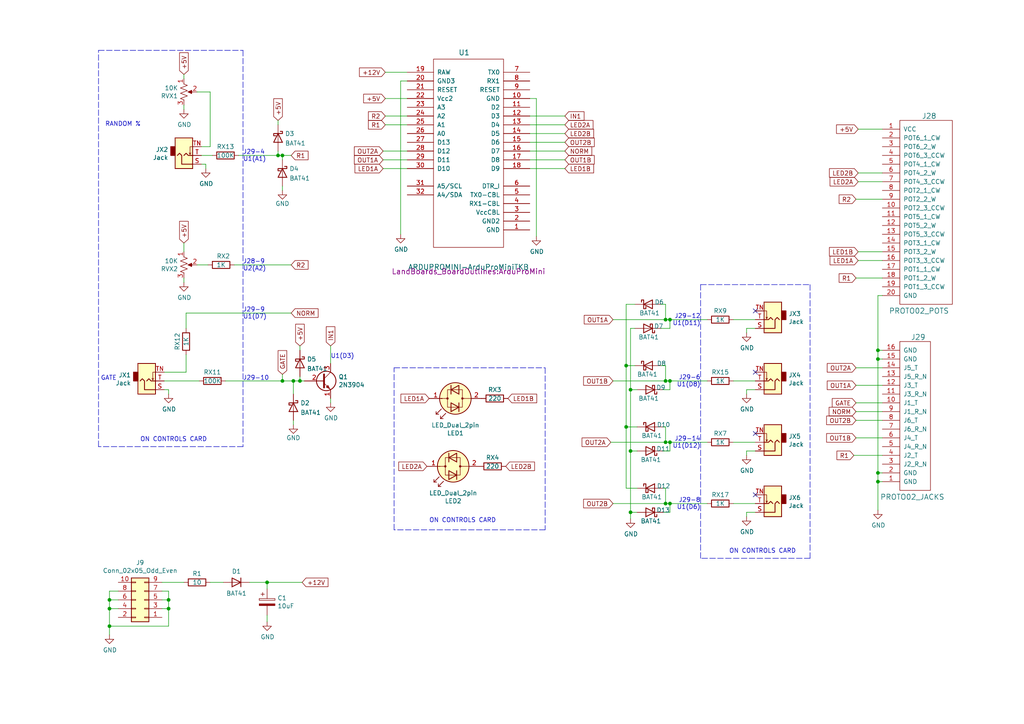
<source format=kicad_sch>
(kicad_sch (version 20211123) (generator eeschema)
  (paper "A4")
  (title_block (title "TWIGS") (date "2022-12-26") (rev "1"))
  (lib_symbols
    (symbol "Connector:AudioJack2_SwitchT"
      (property "Reference" "J" (at 0 8.89 0))
      (property "Value" "AudioJack2_SwitchT" (at 0 6.35 0))
      (symbol "AudioJack2_SwitchT_0_1"
        (rectangle (start -2.54 0) (end -3.81 -2.54) (stroke (width 0.254)) (fill (type outline)))
        (polyline (pts (xy 1.778 -0.254) (xy 2.032 -0.762)))
        (polyline (pts (xy 0 0) (xy 0.635 -0.635) (xy 1.27 0) (xy 2.54 0)) (stroke (width 0.254)))
        (polyline (pts (xy 2.54 -2.54) (xy 1.778 -2.54) (xy 1.778 -0.254) (xy 1.524 -0.762)))
        (polyline (pts (xy 2.54 2.54) (xy -0.635 2.54) (xy -0.635 0) (xy -1.27 -0.635) (xy -1.905 0)) (stroke (width 0.254)))
        (rectangle (start 2.54 3.81) (end -2.54 -5.08) (stroke (width 0.254)) (fill (type background)))
      )
      (symbol "AudioJack2_SwitchT_1_1"
        (pin passive line (at 5.08 2.54 180) (length 2.54) (name "~") (number "S"))
        (pin passive line (at 5.08 0 180) (length 2.54) (name "~") (number "T"))
        (pin passive line (at 5.08 -2.54 180) (length 2.54) (name "~") (number "TN"))
      )
    )
    (symbol "Connector_Generic:Conn_02x05_Odd_Even" (pin_names (offset 1.016) hide)
      (property "Reference" "J" (at 1.27 7.62 0))
      (property "Value" "Conn_02x05_Odd_Even" (at 1.27 -7.62 0))
      (symbol "Conn_02x05_Odd_Even_1_1"
        (rectangle (start -1.27 -4.953) (end 0 -5.207) (stroke (width 0.1524)))
        (rectangle (start -1.27 -2.413) (end 0 -2.667) (stroke (width 0.1524)))
        (rectangle (start -1.27 0.127) (end 0 -0.127) (stroke (width 0.1524)))
        (rectangle (start -1.27 2.667) (end 0 2.413) (stroke (width 0.1524)))
        (rectangle (start -1.27 5.207) (end 0 4.953) (stroke (width 0.1524)))
        (rectangle (start -1.27 6.35) (end 3.81 -6.35) (stroke (width 0.254)) (fill (type background)))
        (rectangle (start 3.81 -4.953) (end 2.54 -5.207) (stroke (width 0.1524)))
        (rectangle (start 3.81 -2.413) (end 2.54 -2.667) (stroke (width 0.1524)))
        (rectangle (start 3.81 0.127) (end 2.54 -0.127) (stroke (width 0.1524)))
        (rectangle (start 3.81 2.667) (end 2.54 2.413) (stroke (width 0.1524)))
        (rectangle (start 3.81 5.207) (end 2.54 4.953) (stroke (width 0.1524)))
        (pin passive line (at -5.08 5.08 0) (length 3.81) (name "Pin_1") (number "1"))
        (pin passive line (at 7.62 -5.08 180) (length 3.81) (name "Pin_10") (number "10"))
        (pin passive line (at 7.62 5.08 180) (length 3.81) (name "Pin_2") (number "2"))
        (pin passive line (at -5.08 2.54 0) (length 3.81) (name "Pin_3") (number "3"))
        (pin passive line (at 7.62 2.54 180) (length 3.81) (name "Pin_4") (number "4"))
        (pin passive line (at -5.08 0 0) (length 3.81) (name "Pin_5") (number "5"))
        (pin passive line (at 7.62 0 180) (length 3.81) (name "Pin_6") (number "6"))
        (pin passive line (at -5.08 -2.54 0) (length 3.81) (name "Pin_7") (number "7"))
        (pin passive line (at 7.62 -2.54 180) (length 3.81) (name "Pin_8") (number "8"))
        (pin passive line (at -5.08 -5.08 0) (length 3.81) (name "Pin_9") (number "9"))
      )
    )
    (symbol "Device:CP" (pin_numbers hide) (pin_names (offset 0.254))
      (property "Reference" "C" (at 0.635 2.54 0))
      (property "Value" "Device_CP" (at 0.635 -2.54 0))
      (symbol "CP_0_1"
        (rectangle (start -2.286 0.508) (end 2.286 1.016))
        (polyline (pts (xy -1.778 2.286) (xy -0.762 2.286)))
        (polyline (pts (xy -1.27 2.794) (xy -1.27 1.778)))
        (rectangle (start 2.286 -0.508) (end -2.286 -1.016) (fill (type outline)))
      )
      (symbol "CP_1_1"
        (pin passive line (at 0 3.81 270) (length 2.794) (name "~") (number "1"))
        (pin passive line (at 0 -3.81 90) (length 2.794) (name "~") (number "2"))
      )
    )
    (symbol "Device:D" (pin_numbers hide) (pin_names (offset 1.016) hide)
      (property "Reference" "D" (at 0 2.54 0))
      (property "Value" "D" (at 0 -2.54 0))
      (symbol "D_0_1"
        (polyline (pts (xy -1.27 1.27) (xy -1.27 -1.27)) (stroke (width 0.254)))
        (polyline (pts (xy 1.27 0) (xy -1.27 0)))
        (polyline (pts (xy 1.27 1.27) (xy 1.27 -1.27) (xy -1.27 0) (xy 1.27 1.27)) (stroke (width 0.254)))
      )
      (symbol "D_1_1"
        (pin passive line (at -3.81 0 0) (length 2.54) (name "K") (number "1"))
        (pin passive line (at 3.81 0 180) (length 2.54) (name "A") (number "2"))
      )
    )
    (symbol "Device:D_Schottky" (pin_numbers hide) (pin_names (offset 1.016) hide)
      (property "Reference" "D" (at 0 2.54 0))
      (property "Value" "D_Schottky" (at 0 -2.54 0))
      (symbol "D_Schottky_0_1"
        (polyline (pts (xy 1.27 0) (xy -1.27 0)))
        (polyline (pts (xy 1.27 1.27) (xy 1.27 -1.27) (xy -1.27 0) (xy 1.27 1.27)) (stroke (width 0.254)))
        (polyline (pts (xy -1.905 0.635) (xy -1.905 1.27) (xy -1.27 1.27) (xy -1.27 -1.27) (xy -0.635 -1.27) (xy -0.635 -0.635)) (stroke (width 0.254)))
      )
      (symbol "D_Schottky_1_1"
        (pin passive line (at -3.81 0 0) (length 2.54) (name "K") (number "1"))
        (pin passive line (at 3.81 0 180) (length 2.54) (name "A") (number "2"))
      )
    )
    (symbol "Device:LED_Dual_2pin" (pin_names (offset 0) hide)
      (property "Reference" "D" (at 0 5.715 0))
      (property "Value" "Device_LED_Dual_2pin" (at 0 -6.35 0))
      (symbol "LED_Dual_2pin_0_1"
        (circle (center -2.032 0) (radius 0.254) (fill (type outline)))
        (polyline (pts (xy -4.572 0) (xy -2.54 0)))
        (polyline (pts (xy -2.032 0) (xy -2.54 0)))
        (polyline (pts (xy -1.016 3.81) (xy -1.016 1.27)) (stroke (width 0.254)))
        (polyline (pts (xy 1.27 -1.27) (xy 1.27 -3.81)) (stroke (width 0.254)))
        (polyline (pts (xy 4.064 0) (xy 2.286 0)) (fill (type outline)))
        (polyline (pts (xy 4.318 5.842) (xy 4.318 5.08)) (stroke (width 0.2032)))
        (polyline (pts (xy 5.588 4.572) (xy 5.588 3.81)) (stroke (width 0.2032)))
        (polyline (pts (xy 2.794 4.318) (xy 4.318 5.842) (xy 3.556 5.842)) (stroke (width 0.2032)))
        (polyline (pts (xy 4.064 3.048) (xy 5.588 4.572) (xy 4.826 4.572)) (stroke (width 0.2032)))
        (polyline (pts (xy -1.016 -1.27) (xy -1.016 -3.81) (xy 1.27 -2.54) (xy -1.016 -1.27)) (stroke (width 0.254)))
        (polyline (pts (xy 1.27 3.81) (xy 1.27 1.27) (xy -1.016 2.54) (xy 1.27 3.81)) (stroke (width 0.254)))
        (polyline (pts (xy 2.286 2.54) (xy -2.032 2.54) (xy -2.032 -2.54) (xy 2.286 -2.54) (xy 2.286 2.54)))
        (circle (center 0 0) (radius 4.572) (stroke (width 0.254)) (fill (type background)))
        (circle (center 2.286 0) (radius 0.254) (fill (type outline)))
      )
      (symbol "LED_Dual_2pin_1_1"
        (pin input line (at 7.62 0 180) (length 3.81) (name "KA") (number "1"))
        (pin input line (at -7.62 0 0) (length 3.048) (name "AK") (number "2"))
      )
    )
    (symbol "Device:R" (pin_numbers hide) (pin_names (offset 0))
      (property "Reference" "R" (at 2.032 0 90))
      (property "Value" "R" (at 0 0 90))
      (symbol "R_0_1"
        (rectangle (start -1.016 -2.54) (end 1.016 2.54) (stroke (width 0.254)))
      )
      (symbol "R_1_1"
        (pin passive line (at 0 3.81 270) (length 1.27) (name "~") (number "1"))
        (pin passive line (at 0 -3.81 90) (length 1.27) (name "~") (number "2"))
      )
    )
    (symbol "Device:R_POT_US" (pin_names (offset 1.016) hide)
      (property "Reference" "RV" (at -4.445 0 90))
      (property "Value" "Device_R_POT_US" (at -2.54 0 90))
      (symbol "R_POT_US_0_1"
        (polyline (pts (xy 0 -2.286) (xy 0 -2.54)))
        (polyline (pts (xy 0 2.54) (xy 0 2.286)))
        (polyline (pts (xy 2.54 0) (xy 1.524 0)))
        (polyline (pts (xy 1.143 0) (xy 2.286 0.508) (xy 2.286 -0.508) (xy 1.143 0)) (fill (type outline)))
        (polyline (pts (xy 0 -0.762) (xy 1.016 -1.143) (xy 0 -1.524) (xy -1.016 -1.905) (xy 0 -2.286)))
        (polyline (pts (xy 0 0.762) (xy 1.016 0.381) (xy 0 0) (xy -1.016 -0.381) (xy 0 -0.762)))
        (polyline (pts (xy 0 2.286) (xy 1.016 1.905) (xy 0 1.524) (xy -1.016 1.143) (xy 0 0.762)))
      )
      (symbol "R_POT_US_1_1"
        (pin passive line (at 0 3.81 270) (length 1.27) (name "1") (number "1"))
        (pin passive line (at 3.81 0 180) (length 1.27) (name "2") (number "2"))
        (pin passive line (at 0 -3.81 90) (length 1.27) (name "3") (number "3"))
      )
    )
    (symbol "LandBoards_Cards:ARDUPROMINI-ArduProMiniTKB" (pin_names (offset 1.016))
      (property "Reference" "U3" (at 7.62 20.32 0))
      (property "Value" "ARDUPROMINI-ArduProMiniTKB" (at 0 -36.83 0))
      (property "Footprint" "LandBoards_BoardOutlines:ArduProMini" (at 0 -40.64 0))
      (symbol "ARDUPROMINI-ArduProMiniTKB_0_1"
        (polyline (pts (xy -10.16 -35.56) (xy -10.16 19.05) (xy 10.16 19.05) (xy 10.16 -35.56) (xy 0 -35.56) (xy -10.16 -35.56)))
      )
      (symbol "ARDUPROMINI-ArduProMiniTKB_1_1"
        (pin unspecified line (at -17.78 -30.48 0) (length 7.62) (name "GND") (number "1"))
        (pin unspecified line (at -17.78 7.62 0) (length 7.62) (name "GND") (number "10"))
        (pin bidirectional line (at -17.78 5.08 0) (length 7.62) (name "D2") (number "11"))
        (pin bidirectional line (at -17.78 2.54 0) (length 7.62) (name "D3") (number "12"))
        (pin bidirectional line (at -17.78 0 0) (length 7.62) (name "D4") (number "13"))
        (pin bidirectional line (at -17.78 -2.54 0) (length 7.62) (name "D5") (number "14"))
        (pin bidirectional line (at -17.78 -5.08 0) (length 7.62) (name "D6") (number "15"))
        (pin bidirectional line (at -17.78 -7.62 0) (length 7.62) (name "D7") (number "16"))
        (pin bidirectional line (at -17.78 -10.16 0) (length 7.62) (name "D8") (number "17"))
        (pin bidirectional line (at -17.78 -12.7 0) (length 7.62) (name "D9") (number "18"))
        (pin unspecified line (at 17.78 15.24 180) (length 7.62) (name "RAW") (number "19"))
        (pin unspecified line (at -17.78 -27.94 0) (length 7.62) (name "GND2") (number "2"))
        (pin unspecified line (at 17.78 12.7 180) (length 7.62) (name "GND3") (number "20"))
        (pin input line (at 17.78 10.16 180) (length 7.62) (name "RESET") (number "21"))
        (pin unspecified line (at 17.78 7.62 180) (length 7.62) (name "Vcc2") (number "22"))
        (pin bidirectional line (at 17.78 5.08 180) (length 7.62) (name "A3") (number "23"))
        (pin bidirectional line (at 17.78 2.54 180) (length 7.62) (name "A2") (number "24"))
        (pin bidirectional line (at 17.78 0 180) (length 7.62) (name "A1") (number "25"))
        (pin bidirectional line (at 17.78 -2.54 180) (length 7.62) (name "A0") (number "26"))
        (pin bidirectional line (at 17.78 -5.08 180) (length 7.62) (name "D13") (number "27"))
        (pin input line (at 17.78 -7.62 180) (length 7.62) (name "D12") (number "28"))
        (pin bidirectional line (at 17.78 -10.16 180) (length 7.62) (name "D11") (number "29"))
        (pin power_in line (at -17.78 -25.4 0) (length 7.62) (name "VccCBL") (number "3"))
        (pin bidirectional line (at 17.78 -12.7 180) (length 7.62) (name "D10") (number "30"))
        (pin bidirectional line (at 17.78 -17.78 180) (length 7.62) (name "A5/SCL") (number "31"))
        (pin bidirectional line (at 17.78 -20.32 180) (length 7.62) (name "A4/SDA") (number "32"))
        (pin unspecified line (at -17.78 -22.86 0) (length 7.62) (name "RX1-CBL") (number "4"))
        (pin unspecified line (at -17.78 -20.32 0) (length 7.62) (name "TX0-CBL") (number "5"))
        (pin unspecified line (at -17.78 -17.78 0) (length 7.62) (name "DTR_I") (number "6"))
        (pin bidirectional line (at -17.78 15.24 0) (length 7.62) (name "TX0") (number "7"))
        (pin bidirectional line (at -17.78 12.7 0) (length 7.62) (name "RX1") (number "8"))
        (pin input line (at -17.78 10.16 0) (length 7.62) (name "RESET") (number "9"))
      )
    )
    (symbol "LandBoards_Conns:PROTO02_JACKS" (pin_names (offset 1.016))
      (property "Reference" "J" (at 0 22.86 0))
      (property "Value" "PROTO02_JACKS" (at 0 -22.86 0))
      (symbol "PROTO02_JACKS_0_1"
        (rectangle (start -5.08 21.59) (end 3.81 -21.59))
      )
      (symbol "PROTO02_JACKS_1_1"
        (pin power_in line (at 8.89 -19.05 180) (length 5.08) (name "GND") (number "1"))
        (pin passive line (at 8.89 3.81 180) (length 5.08) (name "J1_T") (number "10"))
        (pin passive line (at 8.89 6.35 180) (length 5.08) (name "J3_R_N") (number "11"))
        (pin passive line (at 8.89 8.89 180) (length 5.08) (name "J3_T") (number "12"))
        (pin passive line (at 8.89 11.43 180) (length 5.08) (name "J5_R_N") (number "13"))
        (pin passive line (at 8.89 13.97 180) (length 5.08) (name "J5_T") (number "14"))
        (pin power_in line (at 8.89 16.51 180) (length 5.08) (name "GND") (number "15"))
        (pin power_in line (at 8.89 19.05 180) (length 5.08) (name "GND") (number "16"))
        (pin power_in line (at 8.89 -16.51 180) (length 5.08) (name "GND") (number "2"))
        (pin passive line (at 8.89 -13.97 180) (length 5.08) (name "J2_R_N") (number "3"))
        (pin passive line (at 8.89 -11.43 180) (length 5.08) (name "J2_T") (number "4"))
        (pin passive line (at 8.89 -8.89 180) (length 5.08) (name "J4_R_N") (number "5"))
        (pin passive line (at 8.89 -6.35 180) (length 5.08) (name "J4_T") (number "6"))
        (pin passive line (at 8.89 -3.81 180) (length 5.08) (name "J6_R_N") (number "7"))
        (pin passive line (at 8.89 -1.27 180) (length 5.08) (name "J6_T") (number "8"))
        (pin passive line (at 8.89 1.27 180) (length 5.08) (name "J1_R_N") (number "9"))
      )
    )
    (symbol "LandBoards_Conns:PROTO02_POTS" (pin_names (offset 1.016))
      (property "Reference" "J" (at -1.27 27.94 0))
      (property "Value" "PROTO02_POTS" (at 0 -27.94 0))
      (symbol "PROTO02_POTS_0_1"
        (rectangle (start -8.89 26.67) (end 6.35 -26.67))
      )
      (symbol "PROTO02_POTS_1_1"
        (pin power_in line (at 11.43 24.13 180) (length 5.08) (name "VCC") (number "1"))
        (pin passive line (at 11.43 1.27 180) (length 5.08) (name "POT2_3_CCW") (number "10"))
        (pin passive line (at 11.43 -1.27 180) (length 5.08) (name "POT5_1_CW") (number "11"))
        (pin passive line (at 11.43 -3.81 180) (length 5.08) (name "POT5_2_W") (number "12"))
        (pin passive line (at 11.43 -6.35 180) (length 5.08) (name "POT5_3_CCW") (number "13"))
        (pin passive line (at 11.43 -8.89 180) (length 5.08) (name "POT3_1_CW") (number "14"))
        (pin passive line (at 11.43 -11.43 180) (length 5.08) (name "POT3_2_W") (number "15"))
        (pin passive line (at 11.43 -13.97 180) (length 5.08) (name "POT3_3_CCW") (number "16"))
        (pin passive line (at 11.43 -16.51 180) (length 5.08) (name "POT1_1_CW") (number "17"))
        (pin passive line (at 11.43 -19.05 180) (length 5.08) (name "POT1_2_W") (number "18"))
        (pin passive line (at 11.43 -21.59 180) (length 5.08) (name "POT1_3_CCW") (number "19"))
        (pin passive line (at 11.43 21.59 180) (length 5.08) (name "POT6_1_CW") (number "2"))
        (pin power_in line (at 11.43 -24.13 180) (length 5.08) (name "GND") (number "20"))
        (pin passive line (at 11.43 19.05 180) (length 5.08) (name "POT6_2_W") (number "3"))
        (pin passive line (at 11.43 16.51 180) (length 5.08) (name "POT6_3_CCW") (number "4"))
        (pin passive line (at 11.43 13.97 180) (length 5.08) (name "POT4_1_CW") (number "5"))
        (pin passive line (at 11.43 11.43 180) (length 5.08) (name "POT4_2_W") (number "6"))
        (pin passive line (at 11.43 8.89 180) (length 5.08) (name "POT4_3_CCW") (number "7"))
        (pin passive line (at 11.43 6.35 180) (length 5.08) (name "POT2_1_CW") (number "8"))
        (pin passive line (at 11.43 3.81 180) (length 5.08) (name "POT2_2_W") (number "9"))
      )
    )
    (symbol "Transistor_BJT:2N3904" (pin_names (offset 0) hide)
      (property "Reference" "Q" (at 5.08 1.905 0))
      (property "Value" "2N3904" (at 5.08 0 0))
      (symbol "2N3904_0_1"
        (polyline (pts (xy 0.635 0.635) (xy 2.54 2.54)))
        (polyline (pts (xy 0.635 -0.635) (xy 2.54 -2.54) (xy 2.54 -2.54)))
        (polyline (pts (xy 0.635 1.905) (xy 0.635 -1.905) (xy 0.635 -1.905)) (stroke (width 0.508)))
        (polyline (pts (xy 1.27 -1.778) (xy 1.778 -1.27) (xy 2.286 -2.286) (xy 1.27 -1.778) (xy 1.27 -1.778)) (fill (type outline)))
        (circle (center 1.27 0) (radius 2.8194) (stroke (width 0.254)))
      )
      (symbol "2N3904_1_1"
        (pin passive line (at 2.54 -5.08 90) (length 2.54) (name "E") (number "1"))
        (pin passive line (at -5.08 0 0) (length 5.715) (name "B") (number "2"))
        (pin passive line (at 2.54 5.08 270) (length 2.54) (name "C") (number "3"))
      )
    )
    (symbol "power:GND" (power) (pin_names (offset 0))
      (property "Value" "GND" (at 0 -3.81 0))
      (symbol "GND_0_1"
        (polyline (pts (xy 0 0) (xy 0 -1.27) (xy 1.27 -1.27) (xy 0 -2.54) (xy -1.27 -1.27) (xy 0 -1.27)))
      )
      (symbol "GND_1_1"
        (pin power_in line (at 0 0 270) (length 0) hide (name "GND") (number "1"))
      )
    )
  )
  (junction (at 77.47 168.91))
  (junction (at 194.31 146.05))
  (junction (at 31.75 173.99))
  (junction (at 182.88 148.59))
  (junction (at 85.09 110.49))
  (junction (at 31.75 176.53))
  (junction (at 254.635 101.6))
  (junction (at 182.88 113.03))
  (junction (at 48.895 173.99))
  (junction (at 86.995 110.49))
  (junction (at 193.04 146.05))
  (junction (at 193.04 92.71))
  (junction (at 81.915 110.49))
  (junction (at 193.04 110.49))
  (junction (at 254.635 139.7))
  (junction (at 254.635 137.16))
  (junction (at 80.645 45.085))
  (junction (at 181.61 106.045))
  (junction (at 182.88 130.81))
  (junction (at 254.635 104.14))
  (junction (at 181.61 123.825))
  (junction (at 194.31 110.49))
  (junction (at 194.31 128.27))
  (junction (at 81.915 45.085))
  (junction (at 31.75 181.61))
  (junction (at 193.04 128.27))
  (junction (at 48.895 176.53))
  (junction (at 194.31 92.71))
  (no_connect (at 219.075 125.73))
  (no_connect (at 219.075 90.17))
  (no_connect (at 219.075 107.95))
  (no_connect (at 219.075 143.51))
  (wire (pts (xy 47.625 110.49) (xy 57.785 110.49)))
  (wire (pts (xy 248.285 116.84) (xy 255.905 116.84)))
  (wire (pts (xy 216.535 130.81) (xy 216.535 132.08)))
  (wire (pts (xy 57.15 76.835) (xy 60.325 76.835)))
  (wire (pts (xy 248.285 80.645) (xy 255.905 80.645)))
  (wire (pts (xy 177.165 128.27) (xy 193.04 128.27)))
  (wire (pts (xy 80.645 45.085) (xy 81.915 45.085)))
  (wire (pts (xy 181.61 106.045) (xy 181.61 123.825)))
  (polyline (pts (xy 70.485 129.54) (xy 28.575 129.54)))
  (wire (pts (xy 194.31 146.05) (xy 194.31 148.59)))
  (wire (pts (xy 248.285 119.38) (xy 255.905 119.38)))
  (wire (pts (xy 118.11 48.895) (xy 111.125 48.895)))
  (wire (pts (xy 193.04 146.05) (xy 193.04 141.605)))
  (polyline (pts (xy 114.3 106.68) (xy 114.3 107.315)))
  (wire (pts (xy 31.75 176.53) (xy 34.29 176.53)))
  (wire (pts (xy 182.88 130.81) (xy 182.88 148.59)))
  (wire (pts (xy 59.69 47.625) (xy 59.69 48.895)))
  (wire (pts (xy 53.34 31.75) (xy 53.34 30.48)))
  (wire (pts (xy 95.885 100.33) (xy 95.885 105.41)))
  (wire (pts (xy 182.88 113.03) (xy 182.88 130.81)))
  (wire (pts (xy 60.96 168.91) (xy 64.77 168.91)))
  (wire (pts (xy 193.04 92.71) (xy 193.04 88.265)))
  (wire (pts (xy 53.34 70.485) (xy 53.34 73.025)))
  (wire (pts (xy 86.995 100.33) (xy 86.995 101.6)))
  (wire (pts (xy 194.31 92.71) (xy 205.105 92.71)))
  (wire (pts (xy 77.47 168.91) (xy 87.63 168.91)))
  (wire (pts (xy 48.895 113.03) (xy 48.895 114.3)))
  (wire (pts (xy 118.11 43.815) (xy 111.125 43.815)))
  (wire (pts (xy 81.915 108.585) (xy 81.915 110.49)))
  (wire (pts (xy 212.725 92.71) (xy 219.075 92.71)))
  (wire (pts (xy 69.215 45.085) (xy 80.645 45.085)))
  (wire (pts (xy 31.75 173.99) (xy 34.29 173.99)))
  (wire (pts (xy 194.31 130.81) (xy 192.405 130.81)))
  (wire (pts (xy 181.61 123.825) (xy 181.61 141.605)))
  (wire (pts (xy 254.635 104.14) (xy 254.635 137.16)))
  (wire (pts (xy 194.31 128.27) (xy 205.105 128.27)))
  (wire (pts (xy 86.995 110.49) (xy 88.265 110.49)))
  (wire (pts (xy 182.88 113.03) (xy 184.785 113.03)))
  (wire (pts (xy 31.75 184.15) (xy 31.75 181.61)))
  (wire (pts (xy 53.34 168.91) (xy 46.99 168.91)))
  (wire (pts (xy 212.725 146.05) (xy 219.075 146.05)))
  (wire (pts (xy 193.04 88.265) (xy 191.77 88.265)))
  (wire (pts (xy 219.075 148.59) (xy 216.535 148.59)))
  (wire (pts (xy 163.83 46.355) (xy 153.67 46.355)))
  (wire (pts (xy 248.285 121.92) (xy 255.905 121.92)))
  (wire (pts (xy 193.04 146.05) (xy 194.31 146.05)))
  (wire (pts (xy 155.575 28.575) (xy 155.575 68.58)))
  (wire (pts (xy 193.04 110.49) (xy 193.04 106.045)))
  (wire (pts (xy 53.975 107.95) (xy 53.975 102.87)))
  (wire (pts (xy 248.92 37.465) (xy 255.905 37.465)))
  (wire (pts (xy 193.04 92.71) (xy 194.31 92.71)))
  (wire (pts (xy 254.635 101.6) (xy 255.905 101.6)))
  (wire (pts (xy 77.47 180.34) (xy 77.47 178.435)))
  (wire (pts (xy 194.31 148.59) (xy 192.405 148.59)))
  (wire (pts (xy 247.65 132.08) (xy 255.905 132.08)))
  (wire (pts (xy 95.885 115.57) (xy 95.885 116.84)))
  (wire (pts (xy 48.895 181.61) (xy 48.895 176.53)))
  (wire (pts (xy 219.075 130.81) (xy 216.535 130.81)))
  (wire (pts (xy 46.99 171.45) (xy 48.895 171.45)))
  (wire (pts (xy 212.725 128.27) (xy 219.075 128.27)))
  (wire (pts (xy 111.76 20.955) (xy 118.11 20.955)))
  (wire (pts (xy 57.15 26.67) (xy 60.96 26.67)))
  (wire (pts (xy 194.31 92.71) (xy 194.31 95.25)))
  (wire (pts (xy 216.535 95.25) (xy 216.535 96.52)))
  (wire (pts (xy 48.895 171.45) (xy 48.895 173.99)))
  (wire (pts (xy 254.635 104.14) (xy 255.905 104.14)))
  (wire (pts (xy 255.905 85.725) (xy 254.635 85.725)))
  (wire (pts (xy 163.83 43.815) (xy 153.67 43.815)))
  (wire (pts (xy 48.895 176.53) (xy 46.99 176.53)))
  (wire (pts (xy 81.915 45.085) (xy 81.915 46.355)))
  (wire (pts (xy 118.11 23.495) (xy 116.205 23.495)))
  (wire (pts (xy 182.88 148.59) (xy 184.785 148.59)))
  (polyline (pts (xy 158.115 106.68) (xy 158.115 153.67)))
  (wire (pts (xy 85.09 110.49) (xy 86.995 110.49)))
  (wire (pts (xy 193.04 128.27) (xy 193.04 123.825)))
  (wire (pts (xy 254.635 139.7) (xy 254.635 147.955)))
  (wire (pts (xy 219.075 113.03) (xy 216.535 113.03)))
  (wire (pts (xy 254.635 137.16) (xy 255.905 137.16)))
  (wire (pts (xy 181.61 141.605) (xy 184.785 141.605)))
  (wire (pts (xy 254.635 139.7) (xy 255.905 139.7)))
  (wire (pts (xy 194.31 113.03) (xy 192.405 113.03)))
  (wire (pts (xy 182.88 95.25) (xy 184.15 95.25)))
  (wire (pts (xy 48.895 173.99) (xy 48.895 176.53)))
  (polyline (pts (xy 114.3 153.67) (xy 114.3 107.315)))
  (wire (pts (xy 53.34 81.915) (xy 53.34 80.645)))
  (wire (pts (xy 163.83 38.735) (xy 153.67 38.735)))
  (wire (pts (xy 85.09 110.49) (xy 85.09 114.3)))
  (wire (pts (xy 177.8 110.49) (xy 193.04 110.49)))
  (wire (pts (xy 181.61 123.825) (xy 184.785 123.825)))
  (wire (pts (xy 31.75 181.61) (xy 48.895 181.61)))
  (wire (pts (xy 181.61 88.265) (xy 181.61 106.045)))
  (polyline (pts (xy 114.3 106.68) (xy 158.115 106.68)))
  (wire (pts (xy 194.31 110.49) (xy 205.105 110.49)))
  (wire (pts (xy 194.31 146.05) (xy 205.105 146.05)))
  (wire (pts (xy 31.75 171.45) (xy 34.29 171.45)))
  (wire (pts (xy 212.725 110.49) (xy 219.075 110.49)))
  (wire (pts (xy 86.995 109.22) (xy 86.995 110.49)))
  (wire (pts (xy 58.42 47.625) (xy 59.69 47.625)))
  (wire (pts (xy 248.92 50.165) (xy 255.905 50.165)))
  (wire (pts (xy 248.285 106.68) (xy 255.905 106.68)))
  (wire (pts (xy 53.34 21.59) (xy 53.34 22.86)))
  (wire (pts (xy 81.915 55.245) (xy 81.915 53.975)))
  (wire (pts (xy 182.88 130.81) (xy 184.785 130.81)))
  (wire (pts (xy 81.915 45.085) (xy 84.455 45.085)))
  (wire (pts (xy 254.635 101.6) (xy 254.635 104.14)))
  (wire (pts (xy 193.04 110.49) (xy 194.31 110.49)))
  (wire (pts (xy 163.83 36.195) (xy 153.67 36.195)))
  (wire (pts (xy 80.645 43.815) (xy 80.645 45.085)))
  (polyline (pts (xy 70.485 14.605) (xy 70.485 129.54)))
  (wire (pts (xy 31.75 176.53) (xy 31.75 173.99)))
  (wire (pts (xy 46.99 173.99) (xy 48.895 173.99)))
  (wire (pts (xy 248.92 73.025) (xy 255.905 73.025)))
  (wire (pts (xy 193.04 141.605) (xy 192.405 141.605)))
  (polyline (pts (xy 158.115 153.67) (xy 114.3 153.67)))
  (polyline (pts (xy 234.95 161.925) (xy 203.2 161.925)))
  (wire (pts (xy 254.635 137.16) (xy 254.635 139.7)))
  (polyline (pts (xy 203.2 161.925) (xy 203.2 82.55)))
  (wire (pts (xy 181.61 106.045) (xy 184.15 106.045)))
  (wire (pts (xy 193.04 128.27) (xy 194.31 128.27)))
  (wire (pts (xy 163.83 41.275) (xy 153.67 41.275)))
  (wire (pts (xy 194.31 95.25) (xy 191.77 95.25)))
  (polyline (pts (xy 28.575 14.605) (xy 70.485 14.605)))
  (wire (pts (xy 111.76 36.195) (xy 118.11 36.195)))
  (wire (pts (xy 248.92 75.565) (xy 255.905 75.565)))
  (wire (pts (xy 216.535 148.59) (xy 216.535 149.86)))
  (polyline (pts (xy 28.575 129.54) (xy 28.575 14.605)))
  (wire (pts (xy 85.09 123.19) (xy 85.09 121.92)))
  (wire (pts (xy 81.915 110.49) (xy 85.09 110.49)))
  (wire (pts (xy 118.11 46.355) (xy 111.125 46.355)))
  (wire (pts (xy 177.8 92.71) (xy 193.04 92.71)))
  (wire (pts (xy 31.75 181.61) (xy 31.75 176.53)))
  (wire (pts (xy 80.645 34.925) (xy 80.645 36.195)))
  (wire (pts (xy 163.83 48.895) (xy 153.67 48.895)))
  (wire (pts (xy 58.42 45.085) (xy 61.595 45.085)))
  (wire (pts (xy 47.625 113.03) (xy 48.895 113.03)))
  (wire (pts (xy 116.205 23.495) (xy 116.205 67.945)))
  (wire (pts (xy 53.975 90.805) (xy 84.455 90.805)))
  (wire (pts (xy 53.975 90.805) (xy 53.975 95.25)))
  (wire (pts (xy 193.04 106.045) (xy 191.77 106.045)))
  (wire (pts (xy 72.39 168.91) (xy 77.47 168.91)))
  (wire (pts (xy 163.83 33.655) (xy 153.67 33.655)))
  (wire (pts (xy 47.625 107.95) (xy 53.975 107.95)))
  (wire (pts (xy 216.535 113.03) (xy 216.535 114.3)))
  (wire (pts (xy 194.31 110.49) (xy 194.31 113.03)))
  (wire (pts (xy 111.76 33.655) (xy 118.11 33.655)))
  (wire (pts (xy 194.31 128.27) (xy 194.31 130.81)))
  (polyline (pts (xy 203.2 82.55) (xy 234.95 82.55)))
  (wire (pts (xy 181.61 88.265) (xy 184.15 88.265)))
  (wire (pts (xy 248.92 52.705) (xy 255.905 52.705)))
  (wire (pts (xy 177.8 146.05) (xy 193.04 146.05)))
  (wire (pts (xy 60.96 42.545) (xy 58.42 42.545)))
  (wire (pts (xy 248.285 57.785) (xy 255.905 57.785)))
  (wire (pts (xy 31.75 173.99) (xy 31.75 171.45)))
  (wire (pts (xy 67.945 76.835) (xy 84.455 76.835)))
  (wire (pts (xy 248.285 111.76) (xy 255.905 111.76)))
  (wire (pts (xy 182.88 148.59) (xy 182.88 150.495)))
  (polyline (pts (xy 234.95 82.55) (xy 234.95 161.925)))
  (wire (pts (xy 182.88 95.25) (xy 182.88 113.03)))
  (wire (pts (xy 65.405 110.49) (xy 81.915 110.49)))
  (wire (pts (xy 248.285 127) (xy 255.905 127)))
  (wire (pts (xy 60.96 26.67) (xy 60.96 42.545)))
  (wire (pts (xy 77.47 170.815) (xy 77.47 168.91)))
  (wire (pts (xy 153.67 28.575) (xy 155.575 28.575)))
  (wire (pts (xy 219.075 95.25) (xy 216.535 95.25)))
  (wire (pts (xy 254.635 85.725) (xy 254.635 101.6)))
  (wire (pts (xy 111.76 28.575) (xy 118.11 28.575)))
  (wire (pts (xy 193.04 123.825) (xy 192.405 123.825)))
  (text "ON CONTROLS CARD" (at 124.46 151.765 0) (effects (font (size 1.27 1.27)) (justify left bottom)))
  (text "ON CONTROLS CARD" (at 40.64 128.27 0) (effects (font (size 1.27 1.27)) (justify left bottom)))
  (text "U1(D3)" (at 95.885 104.14 0) (effects (font (size 1.27 1.27)) (justify left bottom)))
  (text "J29-6\nU1(D8)" (at 203.2 112.395 180) (effects (font (size 1.27 1.27)) (justify right bottom)))
  (text "J29-12\nU1(D11)" (at 203.2 94.615 180) (effects (font (size 1.27 1.27)) (justify right bottom)))
  (text "RANDOM %" (at 30.48 36.83 0) (effects (font (size 1.27 1.27)) (justify left bottom)))
  (text "J29-4\nU1(A1)" (at 70.485 46.99 0) (effects (font (size 1.27 1.27)) (justify left bottom)))
  (text "J29-14\nU1(D12)" (at 203.2 130.175 180) (effects (font (size 1.27 1.27)) (justify right bottom)))
  (text "ON CONTROLS CARD" (at 211.455 160.655 0) (effects (font (size 1.27 1.27)) (justify left bottom)))
  (text "J28-9\nU2(A2)" (at 70.485 78.74 0) (effects (font (size 1.27 1.27)) (justify left bottom)))
  (text "GATE" (at 29.21 110.49 0) (effects (font (size 1.27 1.27)) (justify left bottom)))
  (text "J29-10" (at 70.485 110.49 0) (effects (font (size 1.27 1.27)) (justify left bottom)))
  (text "J29-9\nU1(D7)" (at 70.485 92.71 0) (effects (font (size 1.27 1.27)) (justify left bottom)))
  (text "J29-8\nU1(D6)" (at 203.2 147.955 180) (effects (font (size 1.27 1.27)) (justify right bottom)))
  (global_label "OUT2B" (shape input) (at 163.83 41.275 0) (property "Intersheet References" "${INTERSHEET_REFS}" (effects hide)))
  (global_label "+12V" (shape input) (at 111.76 20.955 180) (property "Intersheet References" "${INTERSHEET_REFS}" (effects hide)))
  (global_label "LED1A" (shape input) (at 248.92 75.565 180) (property "Intersheet References" "${INTERSHEET_REFS}" (effects hide)))
  (global_label "+5V" (shape input) (at 53.34 21.59 90) (property "Intersheet References" "${INTERSHEET_REFS}" (effects hide)))
  (global_label "OUT2A" (shape input) (at 177.165 128.27 180) (property "Intersheet References" "${INTERSHEET_REFS}" (effects hide)))
  (global_label "OUT1B" (shape input) (at 177.8 110.49 180) (property "Intersheet References" "${INTERSHEET_REFS}" (effects hide)))
  (global_label "R1" (shape input) (at 248.285 80.645 180) (property "Intersheet References" "${INTERSHEET_REFS}" (effects hide)))
  (global_label "R2" (shape input) (at 248.285 57.785 180) (property "Intersheet References" "${INTERSHEET_REFS}" (effects hide)))
  (global_label "LED2B" (shape input) (at 248.92 50.165 180) (property "Intersheet References" "${INTERSHEET_REFS}" (effects hide)))
  (global_label "GATE" (shape input) (at 81.915 108.585 90) (property "Intersheet References" "${INTERSHEET_REFS}" (effects hide)))
  (global_label "LED2B" (shape input) (at 146.685 135.255 0) (property "Intersheet References" "${INTERSHEET_REFS}" (effects hide)))
  (global_label "OUT1B" (shape input) (at 248.285 127 180) (property "Intersheet References" "${INTERSHEET_REFS}" (effects hide)))
  (global_label "R1" (shape input) (at 247.65 132.08 180) (property "Intersheet References" "${INTERSHEET_REFS}" (effects hide)))
  (global_label "LED2B" (shape input) (at 163.83 38.735 0) (property "Intersheet References" "${INTERSHEET_REFS}" (effects hide)))
  (global_label "OUT2B" (shape input) (at 248.285 121.92 180) (property "Intersheet References" "${INTERSHEET_REFS}" (effects hide)))
  (global_label "R1" (shape input) (at 84.455 45.085 0) (property "Intersheet References" "${INTERSHEET_REFS}" (effects hide)))
  (global_label "OUT2A" (shape input) (at 248.285 106.68 180) (property "Intersheet References" "${INTERSHEET_REFS}" (effects hide)))
  (global_label "+12V" (shape input) (at 87.63 168.91 0) (property "Intersheet References" "${INTERSHEET_REFS}" (effects hide)))
  (global_label "OUT2B" (shape input) (at 177.8 146.05 180) (property "Intersheet References" "${INTERSHEET_REFS}" (effects hide)))
  (global_label "NORM" (shape input) (at 84.455 90.805 0) (property "Intersheet References" "${INTERSHEET_REFS}" (effects hide)))
  (global_label "GATE" (shape input) (at 248.285 116.84 180) (property "Intersheet References" "${INTERSHEET_REFS}" (effects hide)))
  (global_label "+5V" (shape input) (at 80.645 34.925 90) (property "Intersheet References" "${INTERSHEET_REFS}" (effects hide)))
  (global_label "+5V" (shape input) (at 111.76 28.575 180) (property "Intersheet References" "${INTERSHEET_REFS}" (effects hide)))
  (global_label "R2" (shape input) (at 111.76 33.655 180) (property "Intersheet References" "${INTERSHEET_REFS}" (effects hide)))
  (global_label "OUT2A" (shape input) (at 111.125 43.815 180) (property "Intersheet References" "${INTERSHEET_REFS}" (effects hide)))
  (global_label "OUT1A" (shape input) (at 111.125 46.355 180) (property "Intersheet References" "${INTERSHEET_REFS}" (effects hide)))
  (global_label "IN1" (shape input) (at 95.885 100.33 90) (property "Intersheet References" "${INTERSHEET_REFS}" (effects hide)))
  (global_label "+5V" (shape input) (at 248.92 37.465 180) (property "Intersheet References" "${INTERSHEET_REFS}" (effects hide)))
  (global_label "NORM" (shape input) (at 248.285 119.38 180) (property "Intersheet References" "${INTERSHEET_REFS}" (effects hide)))
  (global_label "LED1A" (shape input) (at 111.125 48.895 180) (property "Intersheet References" "${INTERSHEET_REFS}" (effects hide)))
  (global_label "OUT1A" (shape input) (at 177.8 92.71 180) (property "Intersheet References" "${INTERSHEET_REFS}" (effects hide)))
  (global_label "LED1A" (shape input) (at 124.46 115.57 180) (property "Intersheet References" "${INTERSHEET_REFS}" (effects hide)))
  (global_label "LED2A" (shape input) (at 123.825 135.255 180) (property "Intersheet References" "${INTERSHEET_REFS}" (effects hide)))
  (global_label "IN1" (shape input) (at 163.83 33.655 0) (property "Intersheet References" "${INTERSHEET_REFS}" (effects hide)))
  (global_label "R2" (shape input) (at 84.455 76.835 0) (property "Intersheet References" "${INTERSHEET_REFS}" (effects hide)))
  (global_label "NORM" (shape input) (at 163.83 43.815 0) (property "Intersheet References" "${INTERSHEET_REFS}" (effects hide)))
  (global_label "+5V" (shape input) (at 53.34 70.485 90) (property "Intersheet References" "${INTERSHEET_REFS}" (effects hide)))
  (global_label "OUT1B" (shape input) (at 163.83 46.355 0) (property "Intersheet References" "${INTERSHEET_REFS}" (effects hide)))
  (global_label "LED2A" (shape input) (at 248.92 52.705 180) (property "Intersheet References" "${INTERSHEET_REFS}" (effects hide)))
  (global_label "LED1B" (shape input) (at 163.83 48.895 0) (property "Intersheet References" "${INTERSHEET_REFS}" (effects hide)))
  (global_label "R1" (shape input) (at 111.76 36.195 180) (property "Intersheet References" "${INTERSHEET_REFS}" (effects hide)))
  (global_label "LED2A" (shape input) (at 163.83 36.195 0) (property "Intersheet References" "${INTERSHEET_REFS}" (effects hide)))
  (global_label "+5V" (shape input) (at 86.995 100.33 90) (property "Intersheet References" "${INTERSHEET_REFS}" (effects hide)))
  (global_label "LED1B" (shape input) (at 147.32 115.57 0) (property "Intersheet References" "${INTERSHEET_REFS}" (effects hide)))
  (global_label "OUT1A" (shape input) (at 248.285 111.76 180) (property "Intersheet References" "${INTERSHEET_REFS}" (effects hide)))
  (global_label "LED1B" (shape input) (at 248.92 73.025 180) (property "Intersheet References" "${INTERSHEET_REFS}" (effects hide)))
  (symbol (lib_id "Device:R_POT_US") (at 53.34 26.67 0) (unit 1)
    (property "Reference" "RVX1" (at 51.6382 27.8384 0) (effects (justify right)))
    (property "Value" "10K" (at 51.6382 25.527 0) (effects (justify right)))
    (property "Footprint" "PJ302M:ModdedPotentiometer" (effects hide))
  )
  (symbol (lib_id "Connector:AudioJack2_SwitchT") (at 53.34 45.085 0) (mirror x) (unit 1)
    (property "Reference" "JX2" (at 48.7934 43.3832 0) (effects (justify right)))
    (property "Value" "Jack" (at 48.7934 45.6946 0) (effects (justify right)))
    (property "Footprint" "PJ302M:ModdedThonkiconn" (effects hide))
  )
  (symbol (lib_id "power:GND") (at 59.69 48.895 0) (unit 1)
    (property "Reference" "#PWR0102" (effects hide))
    (property "Value" "GND" (at 59.817 53.2892 0))
  )
  (symbol (lib_id "Device:R") (at 65.405 45.085 270) (unit 1)
    (property "Reference" "RX13" (at 65.405 42.545 90))
    (property "Value" "100K" (at 65.405 45.085 90))
    (property "Footprint" "Resistor_THT:R_Axial_DIN0207_L6.3mm_D2.5mm_P7.62mm_Horizontal" (effects hide))
  )
  (symbol (lib_id "Connector:AudioJack2_SwitchT") (at 42.545 110.49 0) (mirror x) (unit 1)
    (property "Reference" "JX1" (at 37.9984 108.7882 0) (effects (justify right)))
    (property "Value" "Jack" (at 37.9984 111.0996 0) (effects (justify right)))
    (property "Footprint" "PJ302M:ModdedThonkiconn" (effects hide))
  )
  (symbol (lib_id "power:GND") (at 48.895 114.3 0) (unit 1)
    (property "Reference" "#PWR0107" (effects hide))
    (property "Value" "GND" (at 49.022 118.6942 0))
  )
  (symbol (lib_id "Device:R") (at 61.595 110.49 270) (unit 1)
    (property "Reference" "RX11" (at 61.595 107.95 90))
    (property "Value" "100K" (at 61.595 110.49 90))
    (property "Footprint" "Resistor_THT:R_Axial_DIN0207_L6.3mm_D2.5mm_P7.62mm_Horizontal" (effects hide))
  )
  (symbol (lib_id "Transistor_BJT:2N3904") (at 93.345 110.49 0) (unit 1)
    (property "Reference" "Q1" (at 98.171 109.3216 0) (effects (justify left)))
    (property "Value" "2N3904" (at 98.171 111.633 0) (effects (justify left)))
    (property "Footprint" "Package_TO_SOT_THT:TO-92L_Inline_Wide" (effects hide))
    (property "Datasheet" "https://www.fairchildsemi.com/datasheets/2N/2N3904.pdf" (effects hide))
  )
  (symbol (lib_id "power:GND") (at 95.885 116.84 0) (unit 1)
    (property "Reference" "#PWR0108" (effects hide))
    (property "Value" "GND" (at 96.012 121.2342 0))
  )
  (symbol (lib_id "Connector_Generic:Conn_02x05_Odd_Even") (at 41.91 173.99 180) (unit 1)
    (property "Reference" "J9" (at 40.64 163.195 0))
    (property "Value" "Conn_02x05_Odd_Even" (at 40.64 165.5064 0))
    (property "Footprint" "Connector_IDC:IDC-Header_2x05_P2.54mm_Vertical" (effects hide))
  )
  (symbol (lib_id "Connector:AudioJack2_SwitchT") (at 224.155 92.71 180) (unit 1)
    (property "Reference" "JX3" (at 228.7016 91.0082 0) (effects (justify right)))
    (property "Value" "Jack" (at 228.7016 93.3196 0) (effects (justify right)))
    (property "Footprint" "PJ302M:ModdedThonkiconn" (effects hide))
  )
  (symbol (lib_id "Device:R") (at 208.915 92.71 270) (unit 1)
    (property "Reference" "RX9" (at 208.915 90.17 90))
    (property "Value" "1K" (at 208.915 92.71 90))
    (property "Footprint" "Resistor_THT:R_Axial_DIN0207_L6.3mm_D2.5mm_P7.62mm_Horizontal" (effects hide))
  )
  (symbol (lib_id "power:GND") (at 216.535 96.52 0) (unit 1)
    (property "Reference" "#PWR0117" (effects hide))
    (property "Value" "GND" (at 216.662 100.9142 0))
  )
  (symbol (lib_id "Connector:AudioJack2_SwitchT") (at 224.155 110.49 180) (unit 1)
    (property "Reference" "JX4" (at 228.7016 108.7882 0) (effects (justify right)))
    (property "Value" "Jack" (at 228.7016 111.0996 0) (effects (justify right)))
    (property "Footprint" "PJ302M:ModdedThonkiconn" (effects hide))
  )
  (symbol (lib_id "Device:R") (at 208.915 110.49 270) (unit 1)
    (property "Reference" "RX15" (at 208.915 107.95 90))
    (property "Value" "1K" (at 208.915 110.49 90))
    (property "Footprint" "Resistor_THT:R_Axial_DIN0207_L6.3mm_D2.5mm_P7.62mm_Horizontal" (effects hide))
  )
  (symbol (lib_id "power:GND") (at 216.535 114.3 0) (unit 1)
    (property "Reference" "#PWR0118" (effects hide))
    (property "Value" "GND" (at 216.662 118.6942 0))
  )
  (symbol (lib_id "Device:CP") (at 77.47 174.625 0) (unit 1)
    (property "Reference" "C1" (at 80.4672 173.4566 0) (effects (justify left)))
    (property "Value" "10uF" (at 80.4672 175.768 0) (effects (justify left)))
    (property "Footprint" "Capacitor_THT:CP_Radial_D6.3mm_P2.50mm" (effects hide))
  )
  (symbol (lib_id "Device:LED_Dual_2pin") (at 132.08 115.57 180) (unit 1)
    (property "Reference" "LED1" (at 132.08 125.6284 0))
    (property "Value" "LED_Dual_2pin" (at 132.08 123.317 0))
    (property "Footprint" "LED_THT:LED_D3.0mm" (effects hide))
  )
  (symbol (lib_id "Device:R") (at 143.51 115.57 270) (unit 1)
    (property "Reference" "RX3" (at 143.51 113.03 90))
    (property "Value" "220" (at 143.51 115.57 90))
    (property "Footprint" "Resistor_THT:R_Axial_DIN0207_L6.3mm_D2.5mm_P7.62mm_Horizontal" (effects hide))
  )
  (symbol (lib_id "Device:D") (at 68.58 168.91 180) (unit 1)
    (property "Reference" "D1" (at 68.58 165.735 0))
    (property "Value" "BAT41" (at 68.58 172.1104 0))
    (property "Footprint" "Diode_THT:D_DO-41_SOD81_P7.62mm_Horizontal" (effects hide))
  )
  (symbol (lib_id "Device:R") (at 53.975 99.06 0) (unit 1)
    (property "Reference" "RX12" (at 51.435 99.06 90))
    (property "Value" "1K" (at 53.975 99.06 90))
    (property "Footprint" "Resistor_THT:R_Axial_DIN0207_L6.3mm_D2.5mm_P7.62mm_Horizontal" (effects hide))
  )
  (symbol (lib_id "power:GND") (at 31.75 184.15 0) (unit 1)
    (property "Reference" "#PWR01" (effects hide))
    (property "Value" "GND" (at 31.877 188.5442 0))
  )
  (symbol (lib_id "Device:LED_Dual_2pin") (at 131.445 135.255 180) (unit 1)
    (property "Reference" "LED2" (at 131.445 145.3134 0))
    (property "Value" "LED_Dual_2pin" (at 131.445 143.002 0))
    (property "Footprint" "LED_THT:LED_D3.0mm" (effects hide))
  )
  (symbol (lib_id "power:GND") (at 85.09 123.19 0) (unit 1)
    (property "Reference" "#PWR05" (effects hide))
    (property "Value" "GND" (at 85.09 127 0))
  )
  (symbol (lib_id "power:GND") (at 81.915 55.245 0) (unit 1)
    (property "Reference" "#PWR06" (effects hide))
    (property "Value" "GND" (at 81.915 59.055 0))
  )
  (symbol (lib_id "Device:D_Schottky") (at 188.595 113.03 180) (unit 1)
    (property "Reference" "D9" (at 193.04 112.395 0) (effects (justify left)))
    (property "Value" "BAT41" (at 191.135 115.57 0) (effects (justify left)))
    (property "Footprint" "Diode_THT:D_DO-35_SOD27_P2.54mm_Vertical_KathodeUp" (effects hide))
  )
  (symbol (lib_id "Connector:AudioJack2_SwitchT") (at 224.155 128.27 180) (unit 1)
    (property "Reference" "JX5" (at 228.7016 126.5682 0) (effects (justify right)))
    (property "Value" "Jack" (at 228.7016 128.8796 0) (effects (justify right)))
    (property "Footprint" "PJ302M:ModdedThonkiconn" (effects hide))
  )
  (symbol (lib_id "Device:D_Schottky") (at 188.595 123.825 0) (unit 1)
    (property "Reference" "D10" (at 190.5 123.19 0) (effects (justify left)))
    (property "Value" "BAT41" (at 186.055 126.365 0) (effects (justify left)))
    (property "Footprint" "Diode_THT:D_DO-35_SOD27_P2.54mm_Vertical_KathodeUp" (effects hide))
  )
  (symbol (lib_id "Device:D_Schottky") (at 86.995 105.41 270) (unit 1)
    (property "Reference" "D5" (at 89.027 104.184 90) (effects (justify left)))
    (property "Value" "BAT41" (at 89.027 106.9591 90) (effects (justify left)))
    (property "Footprint" "Diode_THT:D_DO-35_SOD27_P2.54mm_Vertical_KathodeUp" (effects hide))
  )
  (symbol (lib_id "LandBoards_Cards:ARDUPROMINI-ArduProMiniTKB") (at 135.89 36.195 0) (mirror y) (unit 1)
    (property "Reference" "U1" (at 134.62 15.24 0) (effects (font (size 1.524 1.524))))
    (property "Value" "ARDUPROMINI-ArduProMiniTKB" (at 135.89 77.47 0) (effects (font (size 1.524 1.524))))
    (property "Footprint" "LandBoards_BoardOutlines:ArduProMini" (at 135.89 78.74 0) (effects (font (size 1.524 1.524))))
  )
  (symbol (lib_id "Device:D_Schottky") (at 187.96 106.045 0) (unit 1)
    (property "Reference" "D8" (at 190.5 105.41 0) (effects (justify left)))
    (property "Value" "BAT41" (at 184.785 108.585 0) (effects (justify left)))
    (property "Footprint" "Diode_THT:D_DO-35_SOD27_P2.54mm_Vertical_KathodeUp" (effects hide))
  )
  (symbol (lib_id "power:GND") (at 53.34 31.75 0) (unit 1)
    (property "Reference" "#PWR02" (effects hide))
    (property "Value" "GND" (at 53.467 36.1442 0))
  )
  (symbol (lib_id "power:GND") (at 53.34 81.915 0) (unit 1)
    (property "Reference" "#PWR03" (effects hide))
    (property "Value" "GND" (at 53.467 86.3092 0))
  )
  (symbol (lib_id "Device:R") (at 64.135 76.835 270) (unit 1)
    (property "Reference" "RX2" (at 64.77 74.295 90))
    (property "Value" "1K" (at 64.135 76.835 90))
    (property "Footprint" "Resistor_THT:R_Axial_DIN0207_L6.3mm_D2.5mm_P7.62mm_Horizontal" (effects hide))
  )
  (symbol (lib_id "Device:R") (at 57.15 168.91 270) (unit 1)
    (property "Reference" "R1" (at 57.15 166.37 90))
    (property "Value" "10" (at 57.15 168.91 90))
    (property "Footprint" "Resistor_THT:R_Axial_DIN0207_L6.3mm_D2.5mm_P7.62mm_Horizontal" (effects hide))
  )
  (symbol (lib_id "power:GND") (at 77.47 180.34 0) (unit 1)
    (property "Reference" "#PWR04" (effects hide))
    (property "Value" "GND" (at 77.597 184.7342 0))
  )
  (symbol (lib_id "Device:D_Schottky") (at 188.595 148.59 180) (unit 1)
    (property "Reference" "D13" (at 194.31 147.955 0) (effects (justify left)))
    (property "Value" "BAT41" (at 191.77 151.13 0) (effects (justify left)))
    (property "Footprint" "Diode_THT:D_DO-35_SOD27_P2.54mm_Vertical_KathodeUp" (effects hide))
  )
  (symbol (lib_id "Device:D_Schottky") (at 85.09 118.11 270) (unit 1)
    (property "Reference" "D2" (at 87.122 116.884 90) (effects (justify left)))
    (property "Value" "BAT41" (at 87.122 119.6591 90) (effects (justify left)))
    (property "Footprint" "Diode_THT:D_DO-35_SOD27_P2.54mm_Vertical_KathodeUp" (effects hide))
  )
  (symbol (lib_id "power:GND") (at 182.88 150.495 0) (unit 1)
    (property "Reference" "#PWR012" (effects hide))
    (property "Value" "GND" (at 183.007 154.8892 0))
  )
  (symbol (lib_id "power:GND") (at 216.535 132.08 0) (unit 1)
    (property "Reference" "#PWR09" (effects hide))
    (property "Value" "GND" (at 216.662 136.4742 0))
  )
  (symbol (lib_id "Device:D_Schottky") (at 187.96 95.25 180) (unit 1)
    (property "Reference" "D7" (at 192.405 94.615 0) (effects (justify left)))
    (property "Value" "BAT41" (at 191.135 97.79 0) (effects (justify left)))
    (property "Footprint" "Diode_THT:D_DO-35_SOD27_P2.54mm_Vertical_KathodeUp" (effects hide))
  )
  (symbol (lib_id "Device:R") (at 208.915 128.27 270) (unit 1)
    (property "Reference" "RX7" (at 208.915 125.73 90))
    (property "Value" "1K" (at 208.915 128.27 90))
    (property "Footprint" "Resistor_THT:R_Axial_DIN0207_L6.3mm_D2.5mm_P7.62mm_Horizontal" (effects hide))
  )
  (symbol (lib_id "LandBoards_Conns:PROTO02_POTS") (at 267.335 61.595 0) (mirror y) (unit 1)
    (property "Reference" "J28" (at 267.335 33.655 0) (effects (font (size 1.524 1.524)) (justify right)))
    (property "Value" "PROTO02_POTS" (at 257.81 90.17 0) (effects (font (size 1.524 1.524)) (justify right)))
  )
  (symbol (lib_id "Device:D_Schottky") (at 80.645 40.005 270) (unit 1)
    (property "Reference" "D3" (at 82.677 38.779 90) (effects (justify left)))
    (property "Value" "BAT41" (at 82.677 41.5541 90) (effects (justify left)))
    (property "Footprint" "Diode_THT:D_DO-35_SOD27_P2.54mm_Vertical_KathodeUp" (effects hide))
  )
  (symbol (lib_id "Connector:AudioJack2_SwitchT") (at 224.155 146.05 180) (unit 1)
    (property "Reference" "JX6" (at 228.7016 144.3482 0) (effects (justify right)))
    (property "Value" "Jack" (at 228.7016 146.6596 0) (effects (justify right)))
    (property "Footprint" "PJ302M:ModdedThonkiconn" (effects hide))
  )
  (symbol (lib_id "Device:D_Schottky") (at 81.915 50.165 270) (unit 1)
    (property "Reference" "D4" (at 83.947 48.939 90) (effects (justify left)))
    (property "Value" "BAT41" (at 83.947 51.7141 90) (effects (justify left)))
    (property "Footprint" "Diode_THT:D_DO-35_SOD27_P2.54mm_Vertical_KathodeUp" (effects hide))
  )
  (symbol (lib_id "power:GND") (at 116.205 67.945 0) (unit 1)
    (property "Reference" "#PWR07" (effects hide))
    (property "Value" "GND" (at 116.332 72.3392 0))
  )
  (symbol (lib_id "Device:D_Schottky") (at 188.595 130.81 180) (unit 1)
    (property "Reference" "D11" (at 194.31 130.175 0) (effects (justify left)))
    (property "Value" "BAT41" (at 191.77 133.35 0) (effects (justify left)))
    (property "Footprint" "Diode_THT:D_DO-35_SOD27_P2.54mm_Vertical_KathodeUp" (effects hide))
  )
  (symbol (lib_id "Device:D_Schottky") (at 188.595 141.605 0) (unit 1)
    (property "Reference" "D12" (at 190.5 140.97 0) (effects (justify left)))
    (property "Value" "BAT41" (at 186.055 144.145 0) (effects (justify left)))
    (property "Footprint" "Diode_THT:D_DO-35_SOD27_P2.54mm_Vertical_KathodeUp" (effects hide))
  )
  (symbol (lib_id "LandBoards_Conns:PROTO02_JACKS") (at 264.795 120.65 0) (mirror y) (unit 1)
    (property "Reference" "J29" (at 264.16 97.79 0) (effects (font (size 1.524 1.524)) (justify right)))
    (property "Value" "PROTO02_JACKS" (at 255.27 144.145 0) (effects (font (size 1.524 1.524)) (justify right)))
  )
  (symbol (lib_id "power:GND") (at 155.575 68.58 0) (unit 1)
    (property "Reference" "#PWR08" (effects hide))
    (property "Value" "GND" (at 155.702 72.9742 0))
  )
  (symbol (lib_id "Device:R") (at 142.875 135.255 270) (unit 1)
    (property "Reference" "RX4" (at 142.875 132.715 90))
    (property "Value" "220" (at 142.875 135.255 90))
    (property "Footprint" "Resistor_THT:R_Axial_DIN0207_L6.3mm_D2.5mm_P7.62mm_Horizontal" (effects hide))
  )
  (symbol (lib_id "Device:D_Schottky") (at 187.96 88.265 0) (unit 1)
    (property "Reference" "D6" (at 189.865 87.63 0) (effects (justify left)))
    (property "Value" "BAT41" (at 185.42 90.805 0) (effects (justify left)))
    (property "Footprint" "Diode_THT:D_DO-35_SOD27_P2.54mm_Vertical_KathodeUp" (effects hide))
  )
  (symbol (lib_id "Device:R") (at 208.915 146.05 270) (unit 1)
    (property "Reference" "RX17" (at 208.915 143.51 90))
    (property "Value" "1K" (at 208.915 146.05 90))
    (property "Footprint" "Resistor_THT:R_Axial_DIN0207_L6.3mm_D2.5mm_P7.62mm_Horizontal" (effects hide))
  )
  (symbol (lib_id "Device:R_POT_US") (at 53.34 76.835 0) (unit 1)
    (property "Reference" "RVX2" (at 51.6382 78.0034 0) (effects (justify right)))
    (property "Value" "10K" (at 51.6382 75.692 0) (effects (justify right)))
    (property "Footprint" "PJ302M:ModdedPotentiometer" (effects hide))
  )
  (symbol (lib_id "power:GND") (at 254.635 147.955 0) (unit 1)
    (property "Reference" "#PWR011" (effects hide))
    (property "Value" "GND" (at 254.762 152.3492 0))
  )
  (symbol (lib_id "power:GND") (at 216.535 149.86 0) (unit 1)
    (property "Reference" "#PWR010" (effects hide))
    (property "Value" "GND" (at 216.662 154.2542 0))
  )
)
</source>
